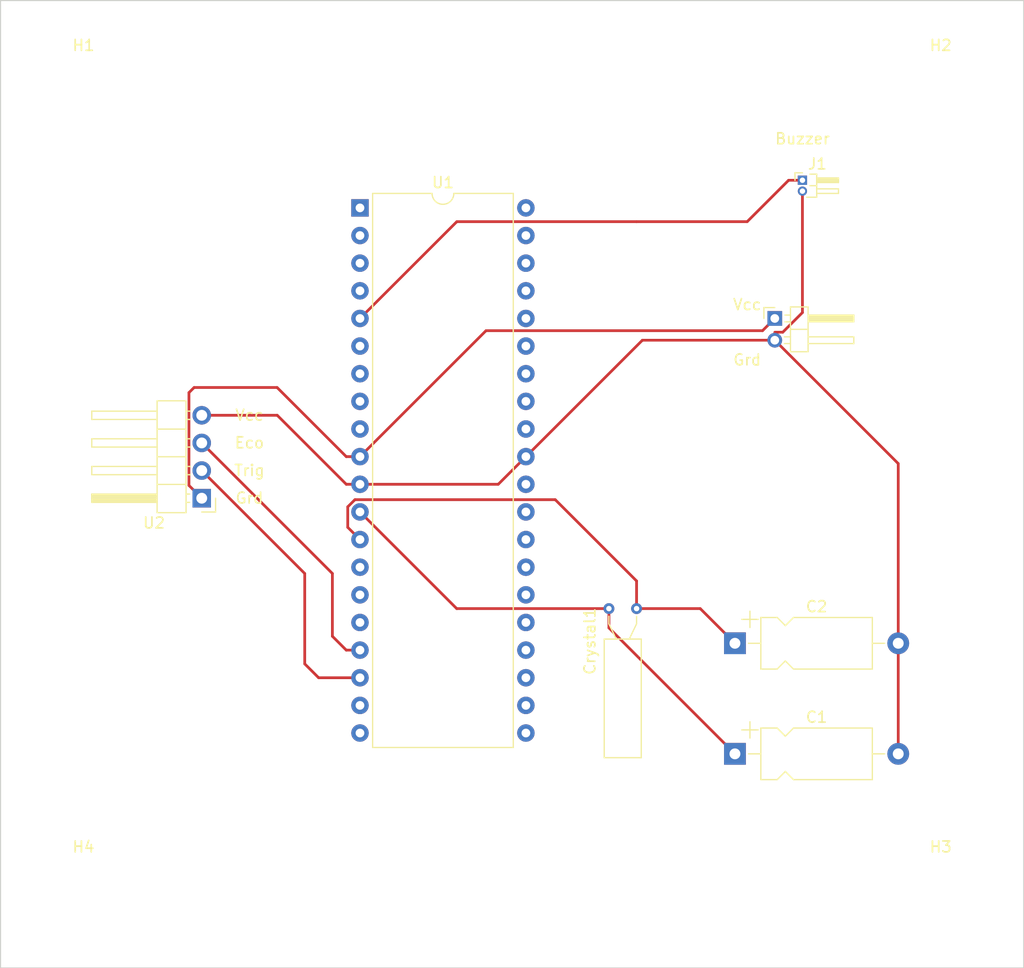
<source format=kicad_pcb>
(kicad_pcb (version 20211014) (generator pcbnew)
  (layers (0 "F.Cu" signal) (31 "B.Cu" signal) (34 "B.Paste" user) (35 "F.Paste" user) (36 "B.SilkS" user "B.Silkscreen") (37 "F.SilkS" user "F.Silkscreen") (38 "B.Mask" user) (39 "F.Mask" user) (44 "Edge.Cuts" user))
  (net 0 "")
  (net 1 "Net-(C1-Pad1)")
  (net 2 "Net-(C1-Pad2)")
  (net 3 "Net-(C2-Pad1)")
  (net 4 "Net-(J1-Pad1)")
  (net 13 "Net-(U1-Pad10)")
  (net 17 "Net-(U1-Pad17)")
  (net 18 "Net-(U1-Pad18)")
  (footprint "Connector_PinHeader_2.00mm:PinHeader_1x02_P2.00mm_Horizontal" (layer "F.Cu") (at 157.475 59.695)
    (fp_text reference "Vcc,Grd")
    (fp_text value "Conn_01x02_Male")
    (fp_line (start 0.935 0.31) (end 1.44 0.31) (layer "F.SilkS") (width 0.12))
    (fp_line (start -1 0) (end -1 -1) (layer "F.SilkS") (width 0.12))
    (fp_line (start 3.06 -0.25) (end 7.26 -0.25) (layer "F.SilkS") (width 0.12))
    (fp_line (start 0.935 -0.31) (end 1.44 -0.31) (layer "F.SilkS") (width 0.12))
    (fp_line (start 3.06 0.11) (end 7.26 0.11) (layer "F.SilkS") (width 0.12))
    (fp_line (start 1.44 -1.06) (end 1.44 3.06) (layer "F.SilkS") (width 0.12))
    (fp_line (start 3.06 0.23) (end 7.26 0.23) (layer "F.SilkS") (width 0.12))
    (fp_line (start 0.882114 1.69) (end 1.44 1.69) (layer "F.SilkS") (width 0.12))
    (fp_line (start 1.44 3.06) (end 3.06 3.06) (layer "F.SilkS") (width 0.12))
    (fp_line (start 7.26 0.31) (end 3.06 0.31) (layer "F.SilkS") (width 0.12))
    (fp_line (start 3.06 -0.13) (end 7.26 -0.13) (layer "F.SilkS") (width 0.12))
    (fp_line (start 3.06 1.69) (end 7.26 1.69) (layer "F.SilkS") (width 0.12))
    (fp_line (start 3.06 -1.06) (end 1.44 -1.06) (layer "F.SilkS") (width 0.12))
    (fp_line (start -1 -1) (end 0 -1) (layer "F.SilkS") (width 0.12))
    (fp_line (start 0.882114 2.31) (end 1.44 2.31) (layer "F.SilkS") (width 0.12))
    (fp_line (start 7.26 -0.31) (end 7.26 0.31) (layer "F.SilkS") (width 0.12))
    (fp_line (start 3.06 3.06) (end 3.06 -1.06) (layer "F.SilkS") (width 0.12))
    (fp_line (start 7.26 1.69) (end 7.26 2.31) (layer "F.SilkS") (width 0.12))
    (fp_line (start 7.26 2.31) (end 3.06 2.31) (layer "F.SilkS") (width 0.12))
    (fp_line (start 1.44 1) (end 3.06 1) (layer "F.SilkS") (width 0.12))
    (fp_line (start 3.06 -0.01) (end 7.26 -0.01) (layer "F.SilkS") (width 0.12))
    (fp_line (start 3.06 -0.31) (end 7.26 -0.31) (layer "F.SilkS") (width 0.12))
    (pad "1" thru_hole rect (at 0 0) (size 1.35 1.35) (drill 0.8) (layers *.Cu *.Mask) (net 13 "Net-(U1-Pad10)"))
    (pad "2" thru_hole oval (at 0 2) (size 1.35 1.35) (drill 0.8) (layers *.Cu *.Mask) (net 2 "Net-(C1-Pad2)"))
  )
  (footprint "Connector_PinHeader_2.54mm:PinHeader_1x04_P2.54mm_Horizontal" (layer "F.Cu") (at 104.84 76.215 180)
    (fp_text reference "U2" (at 4.385 -2.27) (layer "F.SilkS"))
    (fp_text value "HC-SR04")
    (fp_line (start 4.1 -1.33) (end 1.44 -1.33) (layer "F.SilkS") (width 0.12))
    (fp_line (start 10.1 8) (end 4.1 8) (layer "F.SilkS") (width 0.12))
    (fp_line (start 4.1 -0.2) (end 10.1 -0.2) (layer "F.SilkS") (width 0.12))
    (fp_line (start 1.11 0.38) (end 1.44 0.38) (layer "F.SilkS") (width 0.12))
    (fp_line (start 4.1 7.24) (end 10.1 7.24) (layer "F.SilkS") (width 0.12))
    (fp_line (start 10.1 7.24) (end 10.1 8) (layer "F.SilkS") (width 0.12))
    (fp_line (start 4.1 8.95) (end 4.1 -1.33) (layer "F.SilkS") (width 0.12))
    (fp_line (start 10.1 4.7) (end 10.1 5.46) (layer "F.SilkS") (width 0.12))
    (fp_line (start 4.1 -0.08) (end 10.1 -0.08) (layer "F.SilkS") (width 0.12))
    (fp_line (start 4.1 2.16) (end 10.1 2.16) (layer "F.SilkS") (width 0.12))
    (fp_line (start 1.042929 2.92) (end 1.44 2.92) (layer "F.SilkS") (width 0.12))
    (fp_line (start 10.1 -0.38) (end 10.1 0.38) (layer "F.SilkS") (width 0.12))
    (fp_line (start 1.11 -0.38) (end 1.44 -0.38) (layer "F.SilkS") (width 0.12))
    (fp_line (start 1.44 1.27) (end 4.1 1.27) (layer "F.SilkS") (width 0.12))
    (fp_line (start 4.1 0.28) (end 10.1 0.28) (layer "F.SilkS") (width 0.12))
    (fp_line (start 4.1 4.7) (end 10.1 4.7) (layer "F.SilkS") (width 0.12))
    (fp_line (start 1.042929 7.24) (end 1.44 7.24) (layer "F.SilkS") (width 0.12))
    (fp_line (start 4.1 -0.32) (end 10.1 -0.32) (layer "F.SilkS") (width 0.12))
    (fp_line (start 10.1 5.46) (end 4.1 5.46) (layer "F.SilkS") (width 0.12))
    (fp_line (start -1.27 0) (end -1.27 -1.27) (layer "F.SilkS") (width 0.12))
    (fp_line (start 1.44 -1.33) (end 1.44 8.95) (layer "F.SilkS") (width 0.12))
    (fp_line (start 1.042929 5.46) (end 1.44 5.46) (layer "F.SilkS") (width 0.12))
    (fp_line (start 1.44 6.35) (end 4.1 6.35) (layer "F.SilkS") (width 0.12))
    (fp_line (start 4.1 0.04) (end 10.1 0.04) (layer "F.SilkS") (width 0.12))
    (fp_line (start 1.44 3.81) (end 4.1 3.81) (layer "F.SilkS") (width 0.12))
    (fp_line (start 10.1 2.16) (end 10.1 2.92) (layer "F.SilkS") (width 0.12))
    (fp_line (start 1.042929 2.16) (end 1.44 2.16) (layer "F.SilkS") (width 0.12))
    (fp_line (start 1.042929 4.7) (end 1.44 4.7) (layer "F.SilkS") (width 0.12))
    (fp_line (start 1.042929 8) (end 1.44 8) (layer "F.SilkS") (width 0.12))
    (fp_line (start 10.1 0.38) (end 4.1 0.38) (layer "F.SilkS") (width 0.12))
    (fp_line (start -1.27 -1.27) (end 0 -1.27) (layer "F.SilkS") (width 0.12))
    (fp_line (start 1.44 8.95) (end 4.1 8.95) (layer "F.SilkS") (width 0.12))
    (fp_line (start 4.1 0.16) (end 10.1 0.16) (layer "F.SilkS") (width 0.12))
    (fp_line (start 4.1 -0.38) (end 10.1 -0.38) (layer "F.SilkS") (width 0.12))
    (fp_line (start 10.1 2.92) (end 4.1 2.92) (layer "F.SilkS") (width 0.12))
    (pad "1" thru_hole rect (at 0 0 180) (size 1.7 1.7) (drill 1) (layers *.Cu *.Mask) (net 13 "Net-(U1-Pad10)"))
    (pad "2" thru_hole oval (at 0 2.54 180) (size 1.7 1.7) (drill 1) (layers *.Cu *.Mask) (net 18 "Net-(U1-Pad18)"))
    (pad "3" thru_hole oval (at 0 5.08 180) (size 1.7 1.7) (drill 1) (layers *.Cu *.Mask) (net 17 "Net-(U1-Pad17)"))
    (pad "4" thru_hole oval (at 0 7.62 180) (size 1.7 1.7) (drill 1) (layers *.Cu *.Mask) (net 2 "Net-(C1-Pad2)"))
  )
  (footprint "Connector_PinHeader_1.00mm:PinHeader_1x02_P1.00mm_Horizontal" (layer "F.Cu") (at 160.015 46.995)
    (fp_text reference "J1" (at 1.375 -1.5) (layer "F.SilkS"))
    (fp_text value "Conn_01x02_Male")
    (fp_line (start 3.31 1.21) (end 1.31 1.21) (layer "F.SilkS") (width 0.12))
    (fp_line (start 1.31 1.56) (end 0.394493 1.56) (layer "F.SilkS") (width 0.12))
    (fp_line (start 0.685 -0.56) (end 1.31 -0.56) (layer "F.SilkS") (width 0.12))
    (fp_line (start 1.31 0.79) (end 3.31 0.79) (layer "F.SilkS") (width 0.12))
    (fp_line (start -0.685 -0.685) (end 0 -0.685) (layer "F.SilkS") (width 0.12))
    (fp_line (start 1.31 -0.56) (end 1.31 1.56) (layer "F.SilkS") (width 0.12))
    (fp_line (start 1.31 0.09) (end 3.31 0.09) (layer "F.SilkS") (width 0.12))
    (fp_line (start 3.31 -0.21) (end 3.31 0.21) (layer "F.SilkS") (width 0.12))
    (fp_line (start 3.31 0.79) (end 3.31 1.21) (layer "F.SilkS") (width 0.12))
    (fp_line (start 1.31 -0.21) (end 3.31 -0.21) (layer "F.SilkS") (width 0.12))
    (fp_line (start -0.685 0) (end -0.685 -0.685) (layer "F.SilkS") (width 0.12))
    (fp_line (start 3.31 0.21) (end 1.31 0.21) (layer "F.SilkS") (width 0.12))
    (fp_line (start 1.31 -0.03) (end 3.31 -0.03) (layer "F.SilkS") (width 0.12))
    (fp_line (start 0.685 0.5) (end 1.31 0.5) (layer "F.SilkS") (width 0.12))
    (fp_line (start 1.31 -0.15) (end 3.31 -0.15) (layer "F.SilkS") (width 0.12))
    (pad "1" thru_hole rect (at 0 0) (size 0.85 0.85) (drill 0.5) (layers *.Cu *.Mask) (net 4 "Net-(J1-Pad1)"))
    (pad "2" thru_hole oval (at 0 1) (size 0.85 0.85) (drill 0.5) (layers *.Cu *.Mask) (net 2 "Net-(C1-Pad2)"))
  )
  (footprint "Package_DIP:DIP-40_W15.24mm" (layer "F.Cu") (at 119.375 49.535)
    (fp_text reference "U1" (at 7.62 -2.33) (layer "F.SilkS"))
    (fp_text value "ATmega32")
    (fp_line (start 1.16 49.59) (end 14.08 49.59) (layer "F.SilkS") (width 0.12))
    (fp_line (start 14.08 49.59) (end 14.08 -1.33) (layer "F.SilkS") (width 0.12))
    (fp_line (start 1.16 -1.33) (end 1.16 49.59) (layer "F.SilkS") (width 0.12))
    (fp_line (start 14.08 -1.33) (end 8.62 -1.33) (layer "F.SilkS") (width 0.12))
    (fp_line (start 6.62 -1.33) (end 1.16 -1.33) (layer "F.SilkS") (width 0.12))
    (fp_arc (start 8.62 -1.33) (mid 7.62 -0.33) (end 6.62 -1.33) (layer "F.SilkS") (width 0.12))
    (pad "1" thru_hole rect (at 0 0) (size 1.6 1.6) (drill 0.8) (layers *.Cu *.Mask))
    (pad "2" thru_hole oval (at 0 2.54) (size 1.6 1.6) (drill 0.8) (layers *.Cu *.Mask))
    (pad "3" thru_hole oval (at 0 5.08) (size 1.6 1.6) (drill 0.8) (layers *.Cu *.Mask))
    (pad "4" thru_hole oval (at 0 7.62) (size 1.6 1.6) (drill 0.8) (layers *.Cu *.Mask))
    (pad "5" thru_hole oval (at 0 10.16) (size 1.6 1.6) (drill 0.8) (layers *.Cu *.Mask) (net 4 "Net-(J1-Pad1)"))
    (pad "6" thru_hole oval (at 0 12.7) (size 1.6 1.6) (drill 0.8) (layers *.Cu *.Mask))
    (pad "7" thru_hole oval (at 0 15.24) (size 1.6 1.6) (drill 0.8) (layers *.Cu *.Mask))
    (pad "8" thru_hole oval (at 0 17.78) (size 1.6 1.6) (drill 0.8) (layers *.Cu *.Mask))
    (pad "9" thru_hole oval (at 0 20.32) (size 1.6 1.6) (drill 0.8) (layers *.Cu *.Mask))
    (pad "10" thru_hole oval (at 0 22.86) (size 1.6 1.6) (drill 0.8) (layers *.Cu *.Mask) (net 13 "Net-(U1-Pad10)"))
    (pad "11" thru_hole oval (at 0 25.4) (size 1.6 1.6) (drill 0.8) (layers *.Cu *.Mask) (net 2 "Net-(C1-Pad2)"))
    (pad "12" thru_hole oval (at 0 27.94) (size 1.6 1.6) (drill 0.8) (layers *.Cu *.Mask) (net 1 "Net-(C1-Pad1)"))
    (pad "13" thru_hole oval (at 0 30.48) (size 1.6 1.6) (drill 0.8) (layers *.Cu *.Mask) (net 3 "Net-(C2-Pad1)"))
    (pad "14" thru_hole oval (at 0 33.02) (size 1.6 1.6) (drill 0.8) (layers *.Cu *.Mask))
    (pad "15" thru_hole oval (at 0 35.56) (size 1.6 1.6) (drill 0.8) (layers *.Cu *.Mask))
    (pad "16" thru_hole oval (at 0 38.1) (size 1.6 1.6) (drill 0.8) (layers *.Cu *.Mask))
    (pad "17" thru_hole oval (at 0 40.64) (size 1.6 1.6) (drill 0.8) (layers *.Cu *.Mask) (net 17 "Net-(U1-Pad17)"))
    (pad "18" thru_hole oval (at 0 43.18) (size 1.6 1.6) (drill 0.8) (layers *.Cu *.Mask) (net 18 "Net-(U1-Pad18)"))
    (pad "19" thru_hole oval (at 0 45.72) (size 1.6 1.6) (drill 0.8) (layers *.Cu *.Mask))
    (pad "20" thru_hole oval (at 0 48.26) (size 1.6 1.6) (drill 0.8) (layers *.Cu *.Mask))
    (pad "21" thru_hole oval (at 15.24 48.26) (size 1.6 1.6) (drill 0.8) (layers *.Cu *.Mask))
    (pad "22" thru_hole oval (at 15.24 45.72) (size 1.6 1.6) (drill 0.8) (layers *.Cu *.Mask))
    (pad "23" thru_hole oval (at 15.24 43.18) (size 1.6 1.6) (drill 0.8) (layers *.Cu *.Mask))
    (pad "24" thru_hole oval (at 15.24 40.64) (size 1.6 1.6) (drill 0.8) (layers *.Cu *.Mask))
    (pad "25" thru_hole oval (at 15.24 38.1) (size 1.6 1.6) (drill 0.8) (layers *.Cu *.Mask))
    (pad "26" thru_hole oval (at 15.24 35.56) (size 1.6 1.6) (drill 0.8) (layers *.Cu *.Mask))
    (pad "27" thru_hole oval (at 15.24 33.02) (size 1.6 1.6) (drill 0.8) (layers *.Cu *.Mask))
    (pad "28" thru_hole oval (at 15.24 30.48) (size 1.6 1.6) (drill 0.8) (layers *.Cu *.Mask))
    (pad "29" thru_hole oval (at 15.24 27.94) (size 1.6 1.6) (drill 0.8) (layers *.Cu *.Mask))
    (pad "30" thru_hole oval (at 15.24 25.4) (size 1.6 1.6) (drill 0.8) (layers *.Cu *.Mask))
    (pad "31" thru_hole oval (at 15.24 22.86) (size 1.6 1.6) (drill 0.8) (layers *.Cu *.Mask) (net 2 "Net-(C1-Pad2)"))
    (pad "32" thru_hole oval (at 15.24 20.32) (size 1.6 1.6) (drill 0.8) (layers *.Cu *.Mask))
    (pad "33" thru_hole oval (at 15.24 17.78) (size 1.6 1.6) (drill 0.8) (layers *.Cu *.Mask))
    (pad "34" thru_hole oval (at 15.24 15.24) (size 1.6 1.6) (drill 0.8) (layers *.Cu *.Mask))
    (pad "35" thru_hole oval (at 15.24 12.7) (size 1.6 1.6) (drill 0.8) (layers *.Cu *.Mask))
    (pad "36" thru_hole oval (at 15.24 10.16) (size 1.6 1.6) (drill 0.8) (layers *.Cu *.Mask))
    (pad "37" thru_hole oval (at 15.24 7.62) (size 1.6 1.6) (drill 0.8) (layers *.Cu *.Mask))
    (pad "38" thru_hole oval (at 15.24 5.08) (size 1.6 1.6) (drill 0.8) (layers *.Cu *.Mask))
    (pad "39" thru_hole oval (at 15.24 2.54) (size 1.6 1.6) (drill 0.8) (layers *.Cu *.Mask))
    (pad "40" thru_hole oval (at 15.24 0) (size 1.6 1.6) (drill 0.8) (layers *.Cu *.Mask))
  )
  (footprint "MountingHole:MountingHole_2.5mm" (layer "F.Cu") (at 172.72 38.1)
    (fp_text reference "H2" (at 0 -3.5) (layer "F.SilkS"))
    (fp_text value "MountingHole")
    (pad "" np_thru_hole circle (at 0 0) (size 2.5 2.5) (drill 2.5) (layers *.Cu *.Mask))
  )
  (footprint "MountingHole:MountingHole_2.5mm" (layer "F.Cu") (at 172.72 111.76)
    (fp_text reference "H3" (at 0 -3.5) (layer "F.SilkS"))
    (fp_text value "MountingHole")
    (pad "" np_thru_hole circle (at 0 0) (size 2.5 2.5) (drill 2.5) (layers *.Cu *.Mask))
  )
  (footprint "Crystal:Crystal_AT310_D3.0mm_L10.0mm_Horizontal" (layer "F.Cu") (at 142.24 86.36)
    (fp_text reference "Crystal1" (at -1.75 3 90) (layer "F.SilkS"))
    (fp_text value "16MHz")
    (fp_line (start 0 1.4) (end 0 0.7) (layer "F.SilkS") (width 0.12))
    (fp_line (start -0.43 13.7) (end 2.97 13.7) (layer "F.SilkS") (width 0.12))
    (fp_line (start -0.43 2.8) (end -0.43 13.7) (layer "F.SilkS") (width 0.12))
    (fp_line (start 2.54 1.4) (end 2.54 0.7) (layer "F.SilkS") (width 0.12))
    (fp_line (start 0.67 2.8) (end 0 1.4) (layer "F.SilkS") (width 0.12))
    (fp_line (start 1.87 2.8) (end 2.54 1.4) (layer "F.SilkS") (width 0.12))
    (fp_line (start 2.97 2.8) (end -0.43 2.8) (layer "F.SilkS") (width 0.12))
    (fp_line (start 2.97 13.7) (end 2.97 2.8) (layer "F.SilkS") (width 0.12))
    (pad "1" thru_hole circle (at 0 0) (size 1 1) (drill 0.5) (layers *.Cu *.Mask) (net 1 "Net-(C1-Pad1)"))
    (pad "2" thru_hole circle (at 2.54 0) (size 1 1) (drill 0.5) (layers *.Cu *.Mask) (net 3 "Net-(C2-Pad1)"))
  )
  (footprint "Capacitor_THT:CP_Axial_L10.0mm_D4.5mm_P15.00mm_Horizontal" (layer "F.Cu") (at 153.815 89.5475)
    (fp_text reference "C2" (at 7.5 -3.37) (layer "F.SilkS"))
    (fp_text value "22pF")
    (fp_line (start 3.88 2.37) (end 4.63 1.62) (layer "F.SilkS") (width 0.12))
    (fp_line (start 13.76 0) (end 12.62 0) (layer "F.SilkS") (width 0.12))
    (fp_line (start 2.38 -2.37) (end 3.88 -2.37) (layer "F.SilkS") (width 0.12))
    (fp_line (start 12.62 -2.37) (end 12.62 2.37) (layer "F.SilkS") (width 0.12))
    (fp_line (start 2.38 -2.37) (end 2.38 2.37) (layer "F.SilkS") (width 0.12))
    (fp_line (start 5.38 2.37) (end 12.62 2.37) (layer "F.SilkS") (width 0.12))
    (fp_line (start 1.24 0) (end 2.38 0) (layer "F.SilkS") (width 0.12))
    (fp_line (start 2.38 2.37) (end 3.88 2.37) (layer "F.SilkS") (width 0.12))
    (fp_line (start 0.63 -2.2) (end 2.13 -2.2) (layer "F.SilkS") (width 0.12))
    (fp_line (start 4.63 1.62) (end 5.38 2.37) (layer "F.SilkS") (width 0.12))
    (fp_line (start 5.38 -2.37) (end 12.62 -2.37) (layer "F.SilkS") (width 0.12))
    (fp_line (start 3.88 -2.37) (end 4.63 -1.62) (layer "F.SilkS") (width 0.12))
    (fp_line (start 4.63 -1.62) (end 5.38 -2.37) (layer "F.SilkS") (width 0.12))
    (fp_line (start 1.38 -2.95) (end 1.38 -1.45) (layer "F.SilkS") (width 0.12))
    (pad "1" thru_hole rect (at 0 0) (size 2 2) (drill 1) (layers *.Cu *.Mask) (net 3 "Net-(C2-Pad1)"))
    (pad "2" thru_hole oval (at 15 0) (size 2 2) (drill 1) (layers *.Cu *.Mask) (net 2 "Net-(C1-Pad2)"))
  )
  (footprint "MountingHole:MountingHole_2.5mm" (layer "F.Cu") (at 93.98 38.1)
    (fp_text reference "H1" (at 0 -3.5) (layer "F.SilkS"))
    (fp_text value "MountingHole")
    (pad "" np_thru_hole circle (at 0 0) (size 2.5 2.5) (drill 2.5) (layers *.Cu *.Mask))
  )
  (footprint "Capacitor_THT:CP_Axial_L10.0mm_D4.5mm_P15.00mm_Horizontal" (layer "F.Cu") (at 153.815 99.7075)
    (fp_text reference "C1" (at 7.5 -3.37) (layer "F.SilkS"))
    (fp_text value "22pF")
    (fp_line (start 1.24 0) (end 2.38 0) (layer "F.SilkS") (width 0.12))
    (fp_line (start 2.38 -2.37) (end 2.38 2.37) (layer "F.SilkS") (width 0.12))
    (fp_line (start 5.38 -2.37) (end 12.62 -2.37) (layer "F.SilkS") (width 0.12))
    (fp_line (start 2.38 2.37) (end 3.88 2.37) (layer "F.SilkS") (width 0.12))
    (fp_line (start 3.88 -2.37) (end 4.63 -1.62) (layer "F.SilkS") (width 0.12))
    (fp_line (start 13.76 0) (end 12.62 0) (layer "F.SilkS") (width 0.12))
    (fp_line (start 3.88 2.37) (end 4.63 1.62) (layer "F.SilkS") (width 0.12))
    (fp_line (start 12.62 -2.37) (end 12.62 2.37) (layer "F.SilkS") (width 0.12))
    (fp_line (start 0.63 -2.2) (end 2.13 -2.2) (layer "F.SilkS") (width 0.12))
    (fp_line (start 4.63 1.62) (end 5.38 2.37) (layer "F.SilkS") (width 0.12))
    (fp_line (start 5.38 2.37) (end 12.62 2.37) (layer "F.SilkS") (width 0.12))
    (fp_line (start 2.38 -2.37) (end 3.88 -2.37) (layer "F.SilkS") (width 0.12))
    (fp_line (start 4.63 -1.62) (end 5.38 -2.37) (layer "F.SilkS") (width 0.12))
    (fp_line (start 1.38 -2.95) (end 1.38 -1.45) (layer "F.SilkS") (width 0.12))
    (pad "1" thru_hole rect (at 0 0) (size 2 2) (drill 1) (layers *.Cu *.Mask) (net 1 "Net-(C1-Pad1)"))
    (pad "2" thru_hole oval (at 15 0) (size 2 2) (drill 1) (layers *.Cu *.Mask) (net 2 "Net-(C1-Pad2)"))
  )
  (footprint "MountingHole:MountingHole_2.5mm" (layer "F.Cu") (at 93.98 111.76)
    (fp_text reference "H4" (at 0 -3.5) (layer "F.SilkS"))
    (fp_text value "MountingHole")
    (pad "" np_thru_hole circle (at 0 0) (size 2.5 2.5) (drill 2.5) (layers *.Cu *.Mask))
  )
  (gr_line (start 180.34 119.38) (end 86.36 119.38) (layer "Edge.Cuts") (width 0.1))
  (gr_line (start 86.36 30.48) (end 180.34 30.48) (layer "Edge.Cuts") (width 0.1))
  (gr_line (start 86.36 119.38) (end 86.36 30.48) (layer "Edge.Cuts") (width 0.1))
  (gr_line (start 180.34 30.48) (end 180.34 119.38) (layer "Edge.Cuts") (width 0.1))
  (gr_text "Eco" (at 109.22 71.12) (layer "F.SilkS") (effects (font (size 1 1))))
  (gr_text "Grd" (at 154.94 63.5) (layer "F.SilkS") (effects (font (size 1 1))))
  (gr_text "Grd" (at 109.22 76.2) (layer "F.SilkS") (effects (font (size 1 1))))
  (gr_text "Vcc" (at 109.22 68.58) (layer "F.SilkS") (effects (font (size 1 1))))
  (gr_text "Vcc" (at 154.94 58.42) (layer "F.SilkS") (effects (font (size 1 1))))
  (gr_text "Trig" (at 109.22 73.66) (layer "F.SilkS") (effects (font (size 1 1))))
  (gr_text "Buzzer" (at 160.02 43.18) (layer "F.SilkS") (effects (font (size 1 1))))
  (segment (start 142.24 88.1325) (end 153.815 99.7075) (width 0.25) (layer "F.Cu") (net 1))
  (segment (start 128.26 86.36) (end 142.24 86.36) (width 0.25) (layer "F.Cu") (net 1))
  (segment (start 119.375 77.475) (end 128.26 86.36) (width 0.25) (layer "F.Cu") (net 1))
  (segment (start 142.24 86.36) (end 142.24 88.1325) (width 0.25) (layer "F.Cu") (net 1))
  (segment (start 104.84 68.595) (end 111.775 68.595) (width 0.25) (layer "F.Cu") (net 2))
  (segment (start 160.015 47.995) (end 160.015 59.154022) (width 0.25) (layer "F.Cu") (net 2))
  (segment (start 168.815 89.5475) (end 168.815 73.035) (width 0.25) (layer "F.Cu") (net 2))
  (segment (start 132.075 74.935) (end 134.615 72.395) (width 0.25) (layer "F.Cu") (net 2))
  (segment (start 111.775 68.595) (end 118.115 74.935) (width 0.25) (layer "F.Cu") (net 2))
  (segment (start 160.015 59.154022) (end 158.209022 60.96) (width 0.25) (layer "F.Cu") (net 2))
  (segment (start 168.815 73.035) (end 157.475 61.695) (width 0.25) (layer "F.Cu") (net 2))
  (segment (start 145.315 61.695) (end 134.615 72.395) (width 0.25) (layer "F.Cu") (net 2))
  (segment (start 118.115 74.935) (end 119.375 74.935) (width 0.25) (layer "F.Cu") (net 2))
  (segment (start 158.209022 60.96) (end 157.48 60.96) (width 0.25) (layer "F.Cu") (net 2))
  (segment (start 168.815 99.7075) (end 168.815 89.5475) (width 0.25) (layer "F.Cu") (net 2))
  (segment (start 119.375 74.935) (end 132.075 74.935) (width 0.25) (layer "F.Cu") (net 2))
  (segment (start 157.475 61.695) (end 145.315 61.695) (width 0.25) (layer "F.Cu") (net 2))
  (segment (start 118.909211 76.350489) (end 137.310489 76.350489) (width 0.25) (layer "F.Cu") (net 3))
  (segment (start 118.250489 78.890489) (end 118.250489 77.009211) (width 0.25) (layer "F.Cu") (net 3))
  (segment (start 150.6275 86.36) (end 153.815 89.5475) (width 0.25) (layer "F.Cu") (net 3))
  (segment (start 119.375 80.015) (end 118.250489 78.890489) (width 0.25) (layer "F.Cu") (net 3))
  (segment (start 118.250489 77.009211) (end 118.909211 76.350489) (width 0.25) (layer "F.Cu") (net 3))
  (segment (start 137.310489 76.350489) (end 144.78 83.82) (width 0.25) (layer "F.Cu") (net 3))
  (segment (start 144.78 83.82) (end 144.78 86.36) (width 0.25) (layer "F.Cu") (net 3))
  (segment (start 144.78 86.36) (end 150.6275 86.36) (width 0.25) (layer "F.Cu") (net 3))
  (segment (start 119.375 59.695) (end 128.27 50.8) (width 0.25) (layer "F.Cu") (net 4))
  (segment (start 158.745 46.995) (end 154.94 50.8) (width 0.25) (layer "F.Cu") (net 4))
  (segment (start 128.27 50.8) (end 144.78 50.8) (width 0.25) (layer "F.Cu") (net 4))
  (segment (start 144.78 50.8) (end 154.94 50.8) (width 0.25) (layer "F.Cu") (net 4))
  (segment (start 160.015 46.995) (end 158.745 46.995) (width 0.25) (layer "F.Cu") (net 4))
  (segment (start 104.84 76.215) (end 103.665489 75.040489) (width 0.25) (layer "F.Cu") (net 13))
  (segment (start 111.76 66.04) (end 118.115 72.395) (width 0.25) (layer "F.Cu") (net 13))
  (segment (start 104.14 66.04) (end 111.76 66.04) (width 0.25) (layer "F.Cu") (net 13))
  (segment (start 103.665489 66.514511) (end 104.14 66.04) (width 0.25) (layer "F.Cu") (net 13))
  (segment (start 130.950489 60.819511) (end 156.350489 60.819511) (width 0.25) (layer "F.Cu") (net 13))
  (segment (start 119.375 72.395) (end 130.950489 60.819511) (width 0.25) (layer "F.Cu") (net 13))
  (segment (start 156.350489 60.819511) (end 157.475 59.695) (width 0.25) (layer "F.Cu") (net 13))
  (segment (start 103.665489 75.040489) (end 103.665489 66.514511) (width 0.25) (layer "F.Cu") (net 13))
  (segment (start 118.115 72.395) (end 119.375 72.395) (width 0.25) (layer "F.Cu") (net 13))
  (segment (start 116.84 88.9) (end 118.115 90.175) (width 0.25) (layer "F.Cu") (net 17))
  (segment (start 104.84 71.135) (end 116.84 83.135) (width 0.25) (layer "F.Cu") (net 17))
  (segment (start 116.84 83.135) (end 116.84 88.9) (width 0.25) (layer "F.Cu") (net 17))
  (segment (start 118.115 90.175) (end 119.375 90.175) (width 0.25) (layer "F.Cu") (net 17))
  (segment (start 114.3 91.44) (end 115.575 92.715) (width 0.25) (layer "F.Cu") (net 18))
  (segment (start 104.84 73.675) (end 114.3 83.135) (width 0.25) (layer "F.Cu") (net 18))
  (segment (start 114.3 83.135) (end 114.3 91.44) (width 0.25) (layer "F.Cu") (net 18))
  (segment (start 115.575 92.715) (end 119.375 92.715) (width 0.25) (layer "F.Cu") (net 18))
)
</source>
